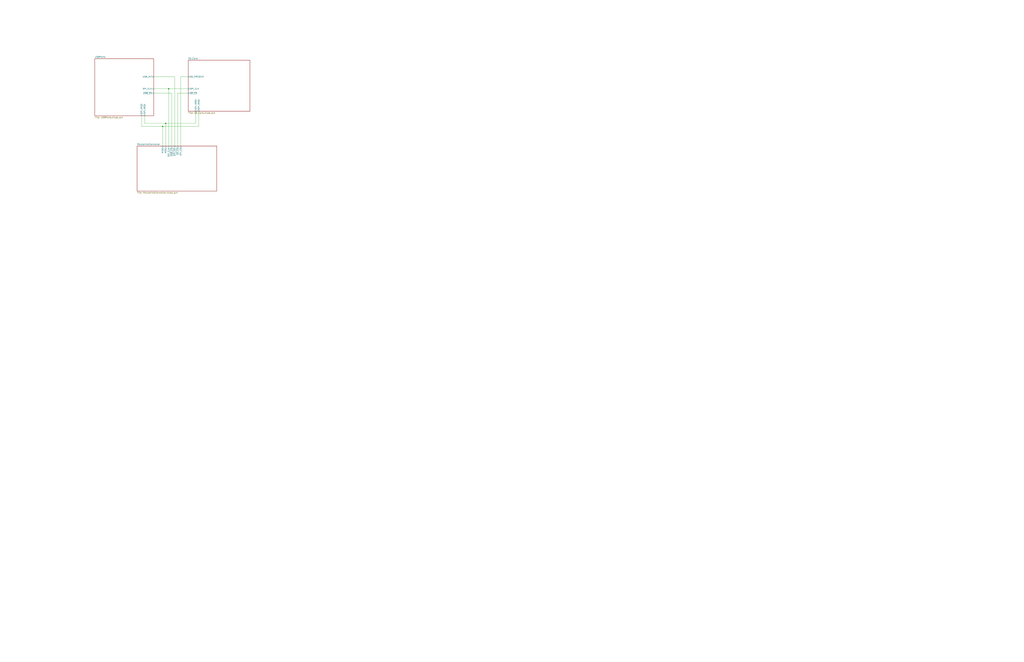
<source format=kicad_sch>
(kicad_sch
	(version 20250114)
	(generator "eeschema")
	(generator_version "9.0")
	(uuid "d6d8aa35-1d9d-4c27-8a6c-fa24f1b19dce")
	(paper "D")
	(lib_symbols)
	(junction
		(at 142.24 74.93)
		(diameter 0)
		(color 0 0 0 0)
		(uuid "348b7085-6937-4d2a-914b-129a640380b0")
	)
	(junction
		(at 137.16 106.68)
		(diameter 0)
		(color 0 0 0 0)
		(uuid "8d77c29d-d043-4d7b-8887-8a674f2c0de5")
	)
	(junction
		(at 139.7 104.14)
		(diameter 0)
		(color 0 0 0 0)
		(uuid "ad98a533-f1eb-4c82-8ffd-fcd51aca118a")
	)
	(wire
		(pts
			(xy 167.64 106.68) (xy 167.64 93.98)
		)
		(stroke
			(width 0)
			(type default)
		)
		(uuid "06209776-214d-4523-b594-348fd172c2f6")
	)
	(wire
		(pts
			(xy 165.1 104.14) (xy 165.1 93.98)
		)
		(stroke
			(width 0)
			(type default)
		)
		(uuid "20675db3-fba3-4a4a-af7b-5c6c799b5ea9")
	)
	(wire
		(pts
			(xy 147.32 64.77) (xy 147.32 123.19)
		)
		(stroke
			(width 0)
			(type default)
		)
		(uuid "23413896-617c-4c8d-a990-b4fa75e23d0f")
	)
	(wire
		(pts
			(xy 142.24 123.19) (xy 142.24 74.93)
		)
		(stroke
			(width 0)
			(type default)
		)
		(uuid "25b31835-bf41-49d1-be23-9a15903f7cde")
	)
	(wire
		(pts
			(xy 144.78 78.74) (xy 129.54 78.74)
		)
		(stroke
			(width 0)
			(type default)
		)
		(uuid "2669fdad-6214-4e6a-abcb-676eae397779")
	)
	(wire
		(pts
			(xy 142.24 74.93) (xy 158.75 74.93)
		)
		(stroke
			(width 0)
			(type default)
		)
		(uuid "2d2de703-53b1-45cb-881d-f19db460ca65")
	)
	(wire
		(pts
			(xy 149.86 123.19) (xy 149.86 78.74)
		)
		(stroke
			(width 0)
			(type default)
		)
		(uuid "350b5992-18d1-4b81-a773-69cc3efd1daf")
	)
	(wire
		(pts
			(xy 119.38 106.68) (xy 137.16 106.68)
		)
		(stroke
			(width 0)
			(type default)
		)
		(uuid "4cbbc274-29e8-4b5e-8b95-e6a5625581af")
	)
	(wire
		(pts
			(xy 121.92 104.14) (xy 121.92 97.79)
		)
		(stroke
			(width 0)
			(type default)
		)
		(uuid "6a79e19d-c4a1-4168-856b-033eef7b8ce5")
	)
	(wire
		(pts
			(xy 152.4 123.19) (xy 152.4 64.77)
		)
		(stroke
			(width 0)
			(type default)
		)
		(uuid "6c1ba381-f0d0-4846-a323-df6fee41c0be")
	)
	(wire
		(pts
			(xy 119.38 106.68) (xy 119.38 97.79)
		)
		(stroke
			(width 0)
			(type default)
		)
		(uuid "77bcdcfe-569b-4f79-8783-cf35a89c910b")
	)
	(wire
		(pts
			(xy 129.54 74.93) (xy 142.24 74.93)
		)
		(stroke
			(width 0)
			(type default)
		)
		(uuid "857eb3f9-59d6-4a5a-a3f1-bbb20ca7a4c6")
	)
	(wire
		(pts
			(xy 137.16 123.19) (xy 137.16 106.68)
		)
		(stroke
			(width 0)
			(type default)
		)
		(uuid "962f7b63-7078-407e-b5dc-5134d74872e4")
	)
	(wire
		(pts
			(xy 139.7 123.19) (xy 139.7 104.14)
		)
		(stroke
			(width 0)
			(type default)
		)
		(uuid "a4451ea4-3e4f-4f29-814a-dfa1aee6c224")
	)
	(wire
		(pts
			(xy 144.78 123.19) (xy 144.78 78.74)
		)
		(stroke
			(width 0)
			(type default)
		)
		(uuid "b29d0612-b2d3-433f-954b-7012ae7c25b2")
	)
	(wire
		(pts
			(xy 129.54 64.77) (xy 147.32 64.77)
		)
		(stroke
			(width 0)
			(type default)
		)
		(uuid "b492b970-eacf-484e-8296-243e2cb53da5")
	)
	(wire
		(pts
			(xy 139.7 104.14) (xy 165.1 104.14)
		)
		(stroke
			(width 0)
			(type default)
		)
		(uuid "d5438d15-aa30-4edc-aac4-72226d1f386e")
	)
	(wire
		(pts
			(xy 149.86 78.74) (xy 158.75 78.74)
		)
		(stroke
			(width 0)
			(type default)
		)
		(uuid "ed2d1554-0754-4e14-a7f4-0e74d5dd4cd7")
	)
	(wire
		(pts
			(xy 137.16 106.68) (xy 167.64 106.68)
		)
		(stroke
			(width 0)
			(type default)
		)
		(uuid "ef3224d8-5dc0-4edb-be0e-61f16039841b")
	)
	(wire
		(pts
			(xy 139.7 104.14) (xy 121.92 104.14)
		)
		(stroke
			(width 0)
			(type default)
		)
		(uuid "f43b1dc0-bacf-4563-8e06-aa9ebfb1e3a8")
	)
	(wire
		(pts
			(xy 152.4 64.77) (xy 158.75 64.77)
		)
		(stroke
			(width 0)
			(type default)
		)
		(uuid "f4515509-19fd-4840-b079-e7625d37ed80")
	)
	(sheet
		(at 80.01 49.53)
		(size 49.53 48.26)
		(exclude_from_sim no)
		(in_bom yes)
		(on_board yes)
		(dnp no)
		(fields_autoplaced yes)
		(stroke
			(width 0.1524)
			(type solid)
		)
		(fill
			(color 0 0 0 0.0000)
		)
		(uuid "22d64654-b4b9-4e63-a6ba-cec6f7c48b99")
		(property "Sheetname" "USBPorts"
			(at 80.01 48.8184 0)
			(effects
				(font
					(size 1.27 1.27)
				)
				(justify left bottom)
			)
		)
		(property "Sheetfile" "USBPorts.kicad_sch"
			(at 80.01 98.3746 0)
			(effects
				(font
					(size 1.27 1.27)
				)
				(justify left top)
			)
		)
		(pin "SPI_MOSI" input
			(at 121.92 97.79 270)
			(uuid "345ab528-4826-4900-9aca-034a53104fa1")
			(effects
				(font
					(size 1.27 1.27)
				)
				(justify left)
			)
		)
		(pin "USB_INT" output
			(at 129.54 64.77 0)
			(uuid "a7178fd2-5861-43a9-a1e6-fb2ac13e78dc")
			(effects
				(font
					(size 1.27 1.27)
				)
				(justify right)
			)
		)
		(pin "SPI_MISO" output
			(at 119.38 97.79 270)
			(uuid "8c182dc9-6822-4192-aa40-c6c371f2fdf4")
			(effects
				(font
					(size 1.27 1.27)
				)
				(justify left)
			)
		)
		(pin "SPI_CLK" input
			(at 129.54 74.93 0)
			(uuid "f65e5cbb-d5b4-47ca-93d3-3c706daf099a")
			(effects
				(font
					(size 1.27 1.27)
				)
				(justify right)
			)
		)
		(pin "~{USB_CS}" input
			(at 129.54 78.74 0)
			(uuid "f158132b-d3cc-42b5-be93-9b9e7c2d7ea3")
			(effects
				(font
					(size 1.27 1.27)
				)
				(justify right)
			)
		)
		(instances
			(project "pBITzBackplaneMezzanine"
				(path "/d6d8aa35-1d9d-4c27-8a6c-fa24f1b19dce"
					(page "2")
				)
			)
		)
	)
	(sheet
		(at 115.57 123.19)
		(size 67.31 38.1)
		(exclude_from_sim no)
		(in_bom yes)
		(on_board yes)
		(dnp no)
		(fields_autoplaced yes)
		(stroke
			(width 0.1524)
			(type solid)
		)
		(fill
			(color 0 0 0 0.0000)
		)
		(uuid "50888a69-9ed2-4153-90b2-5bf201cc034f")
		(property "Sheetname" "MezzanineConnector"
			(at 115.57 122.4784 0)
			(effects
				(font
					(size 1.27 1.27)
				)
				(justify left bottom)
			)
		)
		(property "Sheetfile" "MezzanineConnector.kicad_sch"
			(at 115.57 161.8746 0)
			(effects
				(font
					(size 1.27 1.27)
				)
				(justify left top)
			)
		)
		(pin "MISO" input
			(at 137.16 123.19 90)
			(uuid "c3eb9475-304e-49db-b6e8-c78013931e2e")
			(effects
				(font
					(size 1.27 1.27)
				)
				(justify right)
			)
		)
		(pin "~{SPI_INT}" input
			(at 147.32 123.19 90)
			(uuid "d7e0d7c3-f42e-4843-8e22-111043f793fa")
			(effects
				(font
					(size 1.27 1.27)
				)
				(justify right)
			)
		)
		(pin "SPI_CD" output
			(at 152.4 123.19 90)
			(uuid "0155e75f-574e-4986-8a03-bfc3b25e2864")
			(effects
				(font
					(size 1.27 1.27)
				)
				(justify right)
			)
		)
		(pin "~{USB_CS}" output
			(at 144.78 123.19 90)
			(uuid "3b6e72ad-d19a-493f-93c0-6ee16829df54")
			(effects
				(font
					(size 1.27 1.27)
				)
				(justify right)
			)
		)
		(pin "~{SD_CS}" output
			(at 149.86 123.19 90)
			(uuid "87ca4022-5aaa-4d4d-80d8-7de7e6da0260")
			(effects
				(font
					(size 1.27 1.27)
				)
				(justify right)
			)
		)
		(pin "MOSI" output
			(at 139.7 123.19 90)
			(uuid "6096dbce-0e8b-4a51-a8be-354f3a9e806a")
			(effects
				(font
					(size 1.27 1.27)
				)
				(justify right)
			)
		)
		(pin "SPI_CLK" output
			(at 142.24 123.19 90)
			(uuid "9a02da12-00ee-4f1e-8d31-b3a6ae550336")
			(effects
				(font
					(size 1.27 1.27)
				)
				(justify right)
			)
		)
		(instances
			(project "pBITzBackplaneMezzanine"
				(path "/d6d8aa35-1d9d-4c27-8a6c-fa24f1b19dce"
					(page "4")
				)
			)
		)
	)
	(sheet
		(at 158.75 50.8)
		(size 52.07 43.18)
		(exclude_from_sim no)
		(in_bom yes)
		(on_board yes)
		(dnp no)
		(fields_autoplaced yes)
		(stroke
			(width 0.1524)
			(type solid)
		)
		(fill
			(color 0 0 0 0.0000)
		)
		(uuid "69b53c94-5f6b-4388-8faf-39be6ea6cb21")
		(property "Sheetname" "SD_Card"
			(at 158.75 50.0884 0)
			(effects
				(font
					(size 1.27 1.27)
				)
				(justify left bottom)
			)
		)
		(property "Sheetfile" "SD_Card.kicad_sch"
			(at 158.75 94.5646 0)
			(effects
				(font
					(size 1.27 1.27)
				)
				(justify left top)
			)
		)
		(pin "SPI_MISO" output
			(at 167.64 93.98 270)
			(uuid "32e24d2b-5e88-4915-97b3-6c2903a29ea2")
			(effects
				(font
					(size 1.27 1.27)
				)
				(justify left)
			)
		)
		(pin "SPI_CLK" input
			(at 158.75 74.93 180)
			(uuid "102f3347-1d7d-455d-bd6b-eae9363dffa5")
			(effects
				(font
					(size 1.27 1.27)
				)
				(justify left)
			)
		)
		(pin "SD_PRESENT" output
			(at 158.75 64.77 180)
			(uuid "7970dc16-c3dd-4893-a64b-b3262f064183")
			(effects
				(font
					(size 1.27 1.27)
				)
				(justify left)
			)
		)
		(pin "SPI_MOSI" input
			(at 165.1 93.98 270)
			(uuid "2aa7a309-3ab6-4116-88a3-307b8d837336")
			(effects
				(font
					(size 1.27 1.27)
				)
				(justify left)
			)
		)
		(pin "~{SD_CS}" input
			(at 158.75 78.74 180)
			(uuid "4bbb4f04-abde-4f72-85c1-e86e4b137352")
			(effects
				(font
					(size 1.27 1.27)
				)
				(justify left)
			)
		)
		(instances
			(project "pBITzBackplaneMezzanine"
				(path "/d6d8aa35-1d9d-4c27-8a6c-fa24f1b19dce"
					(page "3")
				)
			)
		)
	)
	(sheet_instances
		(path "/"
			(page "1")
		)
	)
	(embedded_fonts no)
)

</source>
